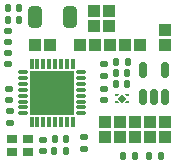
<source format=gbr>
%TF.GenerationSoftware,KiCad,Pcbnew,8.0.4-unknown-202407232306~396e531e7c~ubuntu22.04.1*%
%TF.CreationDate,2024-09-04T14:24:04+01:00*%
%TF.ProjectId,MONO_CTRL,4d4f4e4f-5f43-4545-924c-2e6b69636164,1.0*%
%TF.SameCoordinates,Original*%
%TF.FileFunction,Soldermask,Top*%
%TF.FilePolarity,Negative*%
%FSLAX46Y46*%
G04 Gerber Fmt 4.6, Leading zero omitted, Abs format (unit mm)*
G04 Created by KiCad (PCBNEW 8.0.4-unknown-202407232306~396e531e7c~ubuntu22.04.1) date 2024-09-04 14:24:04*
%MOMM*%
%LPD*%
G01*
G04 APERTURE LIST*
G04 Aperture macros list*
%AMRoundRect*
0 Rectangle with rounded corners*
0 $1 Rounding radius*
0 $2 $3 $4 $5 $6 $7 $8 $9 X,Y pos of 4 corners*
0 Add a 4 corners polygon primitive as box body*
4,1,4,$2,$3,$4,$5,$6,$7,$8,$9,$2,$3,0*
0 Add four circle primitives for the rounded corners*
1,1,$1+$1,$2,$3*
1,1,$1+$1,$4,$5*
1,1,$1+$1,$6,$7*
1,1,$1+$1,$8,$9*
0 Add four rect primitives between the rounded corners*
20,1,$1+$1,$2,$3,$4,$5,0*
20,1,$1+$1,$4,$5,$6,$7,0*
20,1,$1+$1,$6,$7,$8,$9,0*
20,1,$1+$1,$8,$9,$2,$3,0*%
%AMRotRect*
0 Rectangle, with rotation*
0 The origin of the aperture is its center*
0 $1 length*
0 $2 width*
0 $3 Rotation angle, in degrees counterclockwise*
0 Add horizontal line*
21,1,$1,$2,0,0,$3*%
%AMFreePoly0*
4,1,5,0.110000,-0.125000,-0.110000,-0.125000,-0.110000,0.125000,0.360000,0.125000,0.110000,-0.125000,0.110000,-0.125000,$1*%
%AMFreePoly1*
4,1,6,0.290000,-0.055000,0.290000,-0.125000,-0.110000,-0.125000,-0.110000,0.125000,0.110000,0.125000,0.290000,-0.055000,0.290000,-0.055000,$1*%
%AMFreePoly2*
4,1,7,0.110000,-0.125000,-0.110000,-0.125000,-0.290000,-0.125000,-0.290000,-0.055000,-0.110000,0.125000,0.110000,0.125000,0.110000,-0.125000,0.110000,-0.125000,$1*%
%AMFreePoly3*
4,1,6,0.110000,-0.125000,-0.110000,-0.125000,-0.290000,0.055000,-0.290000,0.125000,0.110000,0.125000,0.110000,-0.125000,0.110000,-0.125000,$1*%
G04 Aperture macros list end*
%ADD10R,1.000000X1.000000*%
%ADD11RoundRect,0.135000X-0.135000X-0.185000X0.135000X-0.185000X0.135000X0.185000X-0.135000X0.185000X0*%
%ADD12RoundRect,0.008100X0.126900X-0.396900X0.126900X0.396900X-0.126900X0.396900X-0.126900X-0.396900X0*%
%ADD13RoundRect,0.027000X0.378000X-0.108000X0.378000X0.108000X-0.378000X0.108000X-0.378000X-0.108000X0*%
%ADD14R,3.700000X3.700000*%
%ADD15RoundRect,0.140000X-0.170000X0.140000X-0.170000X-0.140000X0.170000X-0.140000X0.170000X0.140000X0*%
%ADD16RoundRect,0.150000X0.150000X-0.512500X0.150000X0.512500X-0.150000X0.512500X-0.150000X-0.512500X0*%
%ADD17RoundRect,0.140000X0.140000X0.170000X-0.140000X0.170000X-0.140000X-0.170000X0.140000X-0.170000X0*%
%ADD18RoundRect,0.147500X-0.147500X-0.172500X0.147500X-0.172500X0.147500X0.172500X-0.147500X0.172500X0*%
%ADD19RoundRect,0.135000X0.135000X0.185000X-0.135000X0.185000X-0.135000X-0.185000X0.135000X-0.185000X0*%
%ADD20RoundRect,0.140000X0.170000X-0.140000X0.170000X0.140000X-0.170000X0.140000X-0.170000X-0.140000X0*%
%ADD21RoundRect,0.135000X0.185000X-0.135000X0.185000X0.135000X-0.185000X0.135000X-0.185000X-0.135000X0*%
%ADD22FreePoly0,0.000000*%
%ADD23FreePoly1,0.000000*%
%ADD24FreePoly2,0.000000*%
%ADD25FreePoly3,0.000000*%
%ADD26RotRect,0.480000X0.480000X45.000000*%
%ADD27R,0.900000X0.800000*%
%ADD28RoundRect,0.250000X-0.325000X-0.650000X0.325000X-0.650000X0.325000X0.650000X-0.325000X0.650000X0*%
G04 APERTURE END LIST*
D10*
%TO.C,J4*%
X31585000Y-25395001D03*
%TD*%
%TO.C,J17*%
X36390000Y-34795000D03*
%TD*%
%TO.C,J5*%
X29180001Y-27025000D03*
%TD*%
D11*
%TO.C,R2*%
X32200001Y-28460000D03*
X33219999Y-28460000D03*
%TD*%
D12*
%TO.C,U2*%
X25065001Y-33525000D03*
X25565000Y-33525000D03*
X26065000Y-33525001D03*
X26565000Y-33525000D03*
X27065000Y-33525000D03*
X27565000Y-33525001D03*
X28065000Y-33525000D03*
X28564999Y-33525000D03*
D13*
X29265000Y-32824999D03*
X29265000Y-32325000D03*
X29265001Y-31825000D03*
X29265000Y-31325000D03*
X29265000Y-30825000D03*
X29265001Y-30325000D03*
X29265000Y-29825000D03*
X29265000Y-29325001D03*
D12*
X28564999Y-28625000D03*
X28065000Y-28625000D03*
X27565000Y-28624999D03*
X27065000Y-28625000D03*
X26565000Y-28625000D03*
X26065000Y-28624999D03*
X25565000Y-28625000D03*
X25065001Y-28625000D03*
D13*
X24365000Y-29325001D03*
X24365000Y-29825000D03*
X24364999Y-30325000D03*
X24365000Y-30825000D03*
X24365000Y-31325000D03*
X24364999Y-31825000D03*
X24365000Y-32325000D03*
X24365000Y-32824999D03*
D14*
X26815000Y-31075000D03*
%TD*%
D15*
%TO.C,C10*%
X31210000Y-28680000D03*
X31210000Y-29640000D03*
%TD*%
D16*
%TO.C,U1*%
X34465001Y-31456250D03*
X35415000Y-31456250D03*
X36364999Y-31456250D03*
X36364999Y-29181250D03*
X34465001Y-29181250D03*
%TD*%
D17*
%TO.C,C1*%
X24020000Y-23870000D03*
X23060000Y-23870000D03*
%TD*%
D10*
%TO.C,J22*%
X31310000Y-33525000D03*
%TD*%
D18*
%TO.C,L1*%
X23055000Y-24880000D03*
X24025000Y-24880000D03*
%TD*%
D17*
%TO.C,C2*%
X33190000Y-29390000D03*
X32230000Y-29390000D03*
%TD*%
D19*
%TO.C,R5*%
X28024999Y-36025000D03*
X27005001Y-36025000D03*
%TD*%
D11*
%TO.C,R6*%
X35020001Y-36460000D03*
X36039999Y-36460000D03*
%TD*%
D15*
%TO.C,C9*%
X31180000Y-30730000D03*
X31180000Y-31690000D03*
%TD*%
D10*
%TO.C,J2*%
X26640001Y-27025000D03*
%TD*%
%TO.C,J12*%
X35120000Y-33525000D03*
%TD*%
%TO.C,J8*%
X32990001Y-27025000D03*
%TD*%
%TO.C,J1*%
X25370001Y-27025000D03*
%TD*%
%TO.C,J23*%
X30315000Y-25395000D03*
%TD*%
%TO.C,J15*%
X33850000Y-34795000D03*
%TD*%
%TO.C,J24*%
X36360001Y-25755000D03*
%TD*%
%TO.C,J14*%
X32580000Y-33525000D03*
%TD*%
D15*
%TO.C,C12*%
X23070000Y-25830000D03*
X23070000Y-26790000D03*
%TD*%
D20*
%TO.C,C3*%
X23060000Y-28670000D03*
X23060000Y-27710000D03*
%TD*%
D10*
%TO.C,J26*%
X31585000Y-24125000D03*
%TD*%
%TO.C,J18*%
X31310000Y-34795000D03*
%TD*%
%TO.C,J13*%
X33850001Y-33525000D03*
%TD*%
%TO.C,J10*%
X30315000Y-24125000D03*
%TD*%
D15*
%TO.C,C7*%
X26015000Y-35045000D03*
X26015000Y-36005000D03*
%TD*%
D10*
%TO.C,J7*%
X31720001Y-27025000D03*
%TD*%
%TO.C,J21*%
X32580000Y-34795000D03*
%TD*%
D17*
%TO.C,C6*%
X27995000Y-35025000D03*
X27035000Y-35025000D03*
%TD*%
D10*
%TO.C,J16*%
X35120000Y-34795000D03*
%TD*%
D19*
%TO.C,R3*%
X33819999Y-36460000D03*
X32800001Y-36460000D03*
%TD*%
D21*
%TO.C,R4*%
X29525000Y-35814999D03*
X29525000Y-34795001D03*
%TD*%
D20*
%TO.C,C4*%
X23180000Y-31720000D03*
X23180000Y-30760000D03*
%TD*%
D22*
%TO.C,U3*%
X32175000Y-31245000D03*
D23*
X32175000Y-31895000D03*
D24*
X33255000Y-31895000D03*
D25*
X33255000Y-31245000D03*
D26*
X32715000Y-31570000D03*
%TD*%
D27*
%TO.C,Y1*%
X23400001Y-36075000D03*
X24800001Y-36075000D03*
X24800001Y-34975000D03*
X23400001Y-34975000D03*
%TD*%
D10*
%TO.C,J11*%
X36390000Y-33525000D03*
%TD*%
%TO.C,J25*%
X36360001Y-27025000D03*
%TD*%
D17*
%TO.C,C8*%
X33190000Y-30310000D03*
X32230000Y-30310000D03*
%TD*%
D15*
%TO.C,C5*%
X23215000Y-32645000D03*
X23215000Y-33605000D03*
%TD*%
D10*
%TO.C,J6*%
X30450001Y-27025000D03*
%TD*%
%TO.C,J9*%
X34260001Y-27025000D03*
%TD*%
D28*
%TO.C,AE1*%
X25339999Y-24625000D03*
X28290001Y-24625000D03*
%TD*%
M02*

</source>
